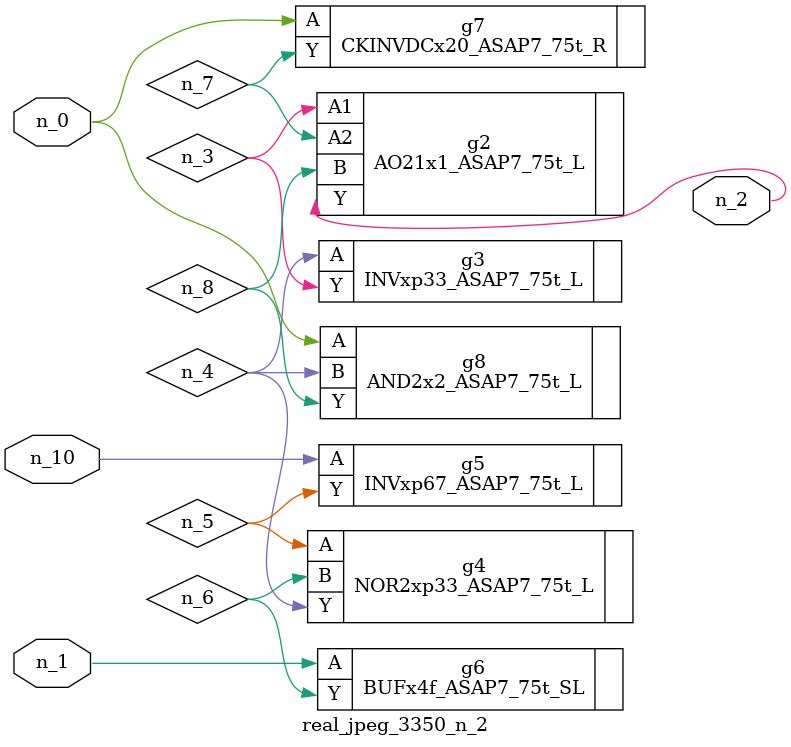
<source format=v>
module real_jpeg_3350_n_2 (n_1, n_10, n_0, n_2);

input n_1;
input n_10;
input n_0;

output n_2;

wire n_5;
wire n_4;
wire n_8;
wire n_6;
wire n_7;
wire n_3;

CKINVDCx20_ASAP7_75t_R g7 ( 
.A(n_0),
.Y(n_7)
);

AND2x2_ASAP7_75t_L g8 ( 
.A(n_0),
.B(n_4),
.Y(n_8)
);

BUFx4f_ASAP7_75t_SL g6 ( 
.A(n_1),
.Y(n_6)
);

AO21x1_ASAP7_75t_L g2 ( 
.A1(n_3),
.A2(n_7),
.B(n_8),
.Y(n_2)
);

INVxp33_ASAP7_75t_L g3 ( 
.A(n_4),
.Y(n_3)
);

NOR2xp33_ASAP7_75t_L g4 ( 
.A(n_5),
.B(n_6),
.Y(n_4)
);

INVxp67_ASAP7_75t_L g5 ( 
.A(n_10),
.Y(n_5)
);


endmodule
</source>
